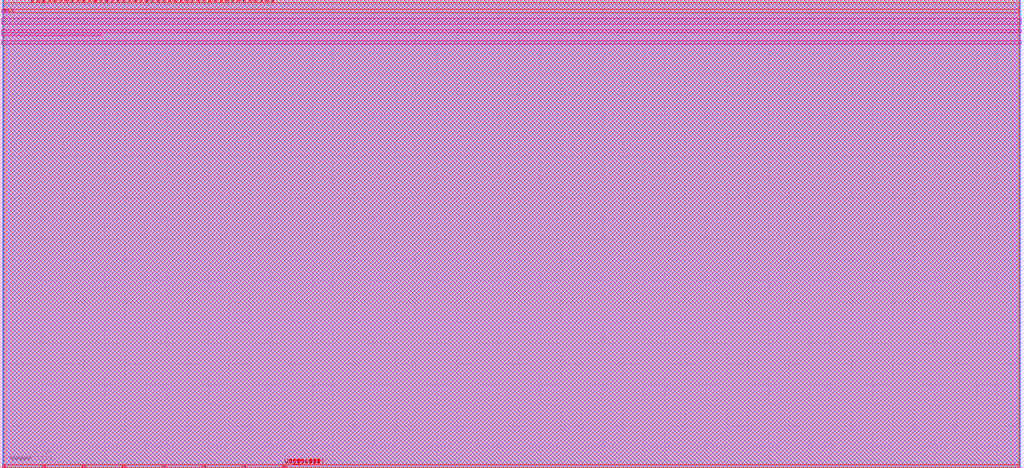
<source format=lef>
VERSION 5.7 ;
  NOWIREEXTENSIONATPIN ON ;
  DIVIDERCHAR "/" ;
  BUSBITCHARS "[]" ;
MACRO tt_um_mosbius
  CLASS BLOCK ;
  FOREIGN tt_um_mosbius ;
  ORIGIN 0.000 0.000 ;
  SIZE 493.120 BY 225.760 ;
  PIN clk
    DIRECTION INPUT ;
    USE SIGNAL ;
    PORT
      LAYER met4 ;
        RECT 128.190 224.760 128.490 225.760 ;
    END
  END clk
  PIN ena
    DIRECTION INPUT ;
    USE SIGNAL ;
    PORT
      LAYER met4 ;
        RECT 128.190 224.760 128.490 225.760 ;
        RECT 130.950 224.760 131.250 225.760 ;
    END
  END ena
  PIN rst_n
    DIRECTION INPUT ;
    USE SIGNAL ;
    PORT
      LAYER met4 ;
        RECT 125.430 224.760 125.730 225.760 ;
        RECT 128.190 224.760 128.490 225.760 ;
        RECT 130.950 224.760 131.250 225.760 ;
    END
  END rst_n
  PIN ua[0]
    DIRECTION INOUT ;
    USE SIGNAL ;
    PORT
      LAYER met4 ;
        RECT 125.430 224.760 125.730 225.760 ;
        RECT 128.190 224.760 128.490 225.760 ;
        RECT 130.950 224.760 131.250 225.760 ;
        RECT 136.170 0.000 137.070 1.000 ;
    END
  END ua[0]
  PIN ua[1]
    DIRECTION INOUT ;
    USE SIGNAL ;
    PORT
      LAYER met4 ;
        RECT 125.430 224.760 125.730 225.760 ;
        RECT 128.190 224.760 128.490 225.760 ;
        RECT 130.950 224.760 131.250 225.760 ;
        RECT 116.850 0.000 117.750 1.000 ;
        RECT 136.170 0.000 137.070 1.000 ;
    END
  END ua[1]
  PIN ua[2]
    DIRECTION INOUT ;
    USE SIGNAL ;
    PORT
      LAYER met4 ;
        RECT 125.430 224.760 125.730 225.760 ;
        RECT 128.190 224.760 128.490 225.760 ;
        RECT 130.950 224.760 131.250 225.760 ;
        RECT 97.530 0.000 98.430 1.000 ;
        RECT 116.850 0.000 117.750 1.000 ;
        RECT 136.170 0.000 137.070 1.000 ;
    END
  END ua[2]
  PIN ua[3]
    DIRECTION INOUT ;
    USE SIGNAL ;
    PORT
      LAYER met4 ;
        RECT 125.430 224.760 125.730 225.760 ;
        RECT 128.190 224.760 128.490 225.760 ;
        RECT 130.950 224.760 131.250 225.760 ;
        RECT 78.210 0.000 79.110 1.000 ;
        RECT 97.530 0.000 98.430 1.000 ;
        RECT 116.850 0.000 117.750 1.000 ;
        RECT 136.170 0.000 137.070 1.000 ;
    END
  END ua[3]
  PIN ua[4]
    DIRECTION INOUT ;
    USE SIGNAL ;
    PORT
      LAYER met4 ;
        RECT 125.430 224.760 125.730 225.760 ;
        RECT 128.190 224.760 128.490 225.760 ;
        RECT 130.950 224.760 131.250 225.760 ;
        RECT 58.890 0.000 59.790 1.000 ;
        RECT 78.210 0.000 79.110 1.000 ;
        RECT 97.530 0.000 98.430 1.000 ;
        RECT 116.850 0.000 117.750 1.000 ;
        RECT 136.170 0.000 137.070 1.000 ;
    END
  END ua[4]
  PIN ua[5]
    DIRECTION INOUT ;
    USE SIGNAL ;
    PORT
      LAYER met4 ;
        RECT 125.430 224.760 125.730 225.760 ;
        RECT 128.190 224.760 128.490 225.760 ;
        RECT 130.950 224.760 131.250 225.760 ;
        RECT 39.570 0.000 40.470 1.000 ;
        RECT 58.890 0.000 59.790 1.000 ;
        RECT 78.210 0.000 79.110 1.000 ;
        RECT 97.530 0.000 98.430 1.000 ;
        RECT 116.850 0.000 117.750 1.000 ;
        RECT 136.170 0.000 137.070 1.000 ;
    END
  END ua[5]
  PIN ua[6]
    DIRECTION INOUT ;
    USE SIGNAL ;
    PORT
      LAYER met4 ;
        RECT 125.430 224.760 125.730 225.760 ;
        RECT 128.190 224.760 128.490 225.760 ;
        RECT 130.950 224.760 131.250 225.760 ;
        RECT 20.250 0.000 21.150 1.000 ;
        RECT 39.570 0.000 40.470 1.000 ;
        RECT 58.890 0.000 59.790 1.000 ;
        RECT 78.210 0.000 79.110 1.000 ;
        RECT 97.530 0.000 98.430 1.000 ;
        RECT 116.850 0.000 117.750 1.000 ;
        RECT 136.170 0.000 137.070 1.000 ;
    END
  END ua[6]
  PIN ua[7]
    DIRECTION INOUT ;
    USE SIGNAL ;
    PORT
      LAYER met4 ;
        RECT 125.430 224.760 125.730 225.760 ;
        RECT 128.190 224.760 128.490 225.760 ;
        RECT 130.950 224.760 131.250 225.760 ;
        RECT 0.930 0.000 1.830 1.000 ;
        RECT 20.250 0.000 21.150 1.000 ;
        RECT 39.570 0.000 40.470 1.000 ;
        RECT 58.890 0.000 59.790 1.000 ;
        RECT 78.210 0.000 79.110 1.000 ;
        RECT 97.530 0.000 98.430 1.000 ;
        RECT 116.850 0.000 117.750 1.000 ;
        RECT 136.170 0.000 137.070 1.000 ;
    END
  END ua[7]
  PIN ui_in[0]
    DIRECTION INPUT ;
    USE SIGNAL ;
    PORT
      LAYER met4 ;
        RECT 122.670 224.760 122.970 225.760 ;
        RECT 125.430 224.760 125.730 225.760 ;
        RECT 128.190 224.760 128.490 225.760 ;
        RECT 130.950 224.760 131.250 225.760 ;
        RECT 0.930 0.000 1.830 1.000 ;
        RECT 20.250 0.000 21.150 1.000 ;
        RECT 39.570 0.000 40.470 1.000 ;
        RECT 58.890 0.000 59.790 1.000 ;
        RECT 78.210 0.000 79.110 1.000 ;
        RECT 97.530 0.000 98.430 1.000 ;
        RECT 116.850 0.000 117.750 1.000 ;
        RECT 136.170 0.000 137.070 1.000 ;
    END
  END ui_in[0]
  PIN ui_in[1]
    DIRECTION INPUT ;
    USE SIGNAL ;
    PORT
      LAYER met4 ;
        RECT 119.910 224.760 120.210 225.760 ;
        RECT 122.670 224.760 122.970 225.760 ;
        RECT 125.430 224.760 125.730 225.760 ;
        RECT 128.190 224.760 128.490 225.760 ;
        RECT 130.950 224.760 131.250 225.760 ;
        RECT 0.930 0.000 1.830 1.000 ;
        RECT 20.250 0.000 21.150 1.000 ;
        RECT 39.570 0.000 40.470 1.000 ;
        RECT 58.890 0.000 59.790 1.000 ;
        RECT 78.210 0.000 79.110 1.000 ;
        RECT 97.530 0.000 98.430 1.000 ;
        RECT 116.850 0.000 117.750 1.000 ;
        RECT 136.170 0.000 137.070 1.000 ;
    END
  END ui_in[1]
  PIN ui_in[2]
    DIRECTION INPUT ;
    USE SIGNAL ;
    PORT
      LAYER met4 ;
        RECT 117.150 224.760 117.450 225.760 ;
        RECT 119.910 224.760 120.210 225.760 ;
        RECT 122.670 224.760 122.970 225.760 ;
        RECT 125.430 224.760 125.730 225.760 ;
        RECT 128.190 224.760 128.490 225.760 ;
        RECT 130.950 224.760 131.250 225.760 ;
        RECT 0.930 0.000 1.830 1.000 ;
        RECT 20.250 0.000 21.150 1.000 ;
        RECT 39.570 0.000 40.470 1.000 ;
        RECT 58.890 0.000 59.790 1.000 ;
        RECT 78.210 0.000 79.110 1.000 ;
        RECT 97.530 0.000 98.430 1.000 ;
        RECT 116.850 0.000 117.750 1.000 ;
        RECT 136.170 0.000 137.070 1.000 ;
    END
  END ui_in[2]
  PIN ui_in[3]
    DIRECTION INPUT ;
    USE SIGNAL ;
    PORT
      LAYER met4 ;
        RECT 114.390 224.760 114.690 225.760 ;
        RECT 117.150 224.760 117.450 225.760 ;
        RECT 119.910 224.760 120.210 225.760 ;
        RECT 122.670 224.760 122.970 225.760 ;
        RECT 125.430 224.760 125.730 225.760 ;
        RECT 128.190 224.760 128.490 225.760 ;
        RECT 130.950 224.760 131.250 225.760 ;
        RECT 0.930 0.000 1.830 1.000 ;
        RECT 20.250 0.000 21.150 1.000 ;
        RECT 39.570 0.000 40.470 1.000 ;
        RECT 58.890 0.000 59.790 1.000 ;
        RECT 78.210 0.000 79.110 1.000 ;
        RECT 97.530 0.000 98.430 1.000 ;
        RECT 116.850 0.000 117.750 1.000 ;
        RECT 136.170 0.000 137.070 1.000 ;
    END
  END ui_in[3]
  PIN ui_in[4]
    DIRECTION INPUT ;
    USE SIGNAL ;
    PORT
      LAYER met4 ;
        RECT 111.630 224.760 111.930 225.760 ;
        RECT 114.390 224.760 114.690 225.760 ;
        RECT 117.150 224.760 117.450 225.760 ;
        RECT 119.910 224.760 120.210 225.760 ;
        RECT 122.670 224.760 122.970 225.760 ;
        RECT 125.430 224.760 125.730 225.760 ;
        RECT 128.190 224.760 128.490 225.760 ;
        RECT 130.950 224.760 131.250 225.760 ;
        RECT 0.930 0.000 1.830 1.000 ;
        RECT 20.250 0.000 21.150 1.000 ;
        RECT 39.570 0.000 40.470 1.000 ;
        RECT 58.890 0.000 59.790 1.000 ;
        RECT 78.210 0.000 79.110 1.000 ;
        RECT 97.530 0.000 98.430 1.000 ;
        RECT 116.850 0.000 117.750 1.000 ;
        RECT 136.170 0.000 137.070 1.000 ;
    END
  END ui_in[4]
  PIN ui_in[5]
    DIRECTION INPUT ;
    USE SIGNAL ;
    PORT
      LAYER met4 ;
        RECT 108.870 224.760 109.170 225.760 ;
        RECT 111.630 224.760 111.930 225.760 ;
        RECT 114.390 224.760 114.690 225.760 ;
        RECT 117.150 224.760 117.450 225.760 ;
        RECT 119.910 224.760 120.210 225.760 ;
        RECT 122.670 224.760 122.970 225.760 ;
        RECT 125.430 224.760 125.730 225.760 ;
        RECT 128.190 224.760 128.490 225.760 ;
        RECT 130.950 224.760 131.250 225.760 ;
        RECT 0.930 0.000 1.830 1.000 ;
        RECT 20.250 0.000 21.150 1.000 ;
        RECT 39.570 0.000 40.470 1.000 ;
        RECT 58.890 0.000 59.790 1.000 ;
        RECT 78.210 0.000 79.110 1.000 ;
        RECT 97.530 0.000 98.430 1.000 ;
        RECT 116.850 0.000 117.750 1.000 ;
        RECT 136.170 0.000 137.070 1.000 ;
    END
  END ui_in[5]
  PIN ui_in[6]
    DIRECTION INPUT ;
    USE SIGNAL ;
    PORT
      LAYER met4 ;
        RECT 106.110 224.760 106.410 225.760 ;
        RECT 108.870 224.760 109.170 225.760 ;
        RECT 111.630 224.760 111.930 225.760 ;
        RECT 114.390 224.760 114.690 225.760 ;
        RECT 117.150 224.760 117.450 225.760 ;
        RECT 119.910 224.760 120.210 225.760 ;
        RECT 122.670 224.760 122.970 225.760 ;
        RECT 125.430 224.760 125.730 225.760 ;
        RECT 128.190 224.760 128.490 225.760 ;
        RECT 130.950 224.760 131.250 225.760 ;
        RECT 0.930 0.000 1.830 1.000 ;
        RECT 20.250 0.000 21.150 1.000 ;
        RECT 39.570 0.000 40.470 1.000 ;
        RECT 58.890 0.000 59.790 1.000 ;
        RECT 78.210 0.000 79.110 1.000 ;
        RECT 97.530 0.000 98.430 1.000 ;
        RECT 116.850 0.000 117.750 1.000 ;
        RECT 136.170 0.000 137.070 1.000 ;
    END
  END ui_in[6]
  PIN ui_in[7]
    DIRECTION INPUT ;
    USE SIGNAL ;
    PORT
      LAYER met4 ;
        RECT 103.350 224.760 103.650 225.760 ;
        RECT 106.110 224.760 106.410 225.760 ;
        RECT 108.870 224.760 109.170 225.760 ;
        RECT 111.630 224.760 111.930 225.760 ;
        RECT 114.390 224.760 114.690 225.760 ;
        RECT 117.150 224.760 117.450 225.760 ;
        RECT 119.910 224.760 120.210 225.760 ;
        RECT 122.670 224.760 122.970 225.760 ;
        RECT 125.430 224.760 125.730 225.760 ;
        RECT 128.190 224.760 128.490 225.760 ;
        RECT 130.950 224.760 131.250 225.760 ;
        RECT 0.930 0.000 1.830 1.000 ;
        RECT 20.250 0.000 21.150 1.000 ;
        RECT 39.570 0.000 40.470 1.000 ;
        RECT 58.890 0.000 59.790 1.000 ;
        RECT 78.210 0.000 79.110 1.000 ;
        RECT 97.530 0.000 98.430 1.000 ;
        RECT 116.850 0.000 117.750 1.000 ;
        RECT 136.170 0.000 137.070 1.000 ;
    END
  END ui_in[7]
  PIN uio_in[0]
    DIRECTION INPUT ;
    USE SIGNAL ;
    PORT
      LAYER met4 ;
        RECT 100.590 224.760 100.890 225.760 ;
        RECT 103.350 224.760 103.650 225.760 ;
        RECT 106.110 224.760 106.410 225.760 ;
        RECT 108.870 224.760 109.170 225.760 ;
        RECT 111.630 224.760 111.930 225.760 ;
        RECT 114.390 224.760 114.690 225.760 ;
        RECT 117.150 224.760 117.450 225.760 ;
        RECT 119.910 224.760 120.210 225.760 ;
        RECT 122.670 224.760 122.970 225.760 ;
        RECT 125.430 224.760 125.730 225.760 ;
        RECT 128.190 224.760 128.490 225.760 ;
        RECT 130.950 224.760 131.250 225.760 ;
        RECT 0.930 0.000 1.830 1.000 ;
        RECT 20.250 0.000 21.150 1.000 ;
        RECT 39.570 0.000 40.470 1.000 ;
        RECT 58.890 0.000 59.790 1.000 ;
        RECT 78.210 0.000 79.110 1.000 ;
        RECT 97.530 0.000 98.430 1.000 ;
        RECT 116.850 0.000 117.750 1.000 ;
        RECT 136.170 0.000 137.070 1.000 ;
    END
  END uio_in[0]
  PIN uio_in[1]
    DIRECTION INPUT ;
    USE SIGNAL ;
    PORT
      LAYER met4 ;
        RECT 97.830 224.760 98.130 225.760 ;
        RECT 100.590 224.760 100.890 225.760 ;
        RECT 103.350 224.760 103.650 225.760 ;
        RECT 106.110 224.760 106.410 225.760 ;
        RECT 108.870 224.760 109.170 225.760 ;
        RECT 111.630 224.760 111.930 225.760 ;
        RECT 114.390 224.760 114.690 225.760 ;
        RECT 117.150 224.760 117.450 225.760 ;
        RECT 119.910 224.760 120.210 225.760 ;
        RECT 122.670 224.760 122.970 225.760 ;
        RECT 125.430 224.760 125.730 225.760 ;
        RECT 128.190 224.760 128.490 225.760 ;
        RECT 130.950 224.760 131.250 225.760 ;
        RECT 0.930 0.000 1.830 1.000 ;
        RECT 20.250 0.000 21.150 1.000 ;
        RECT 39.570 0.000 40.470 1.000 ;
        RECT 58.890 0.000 59.790 1.000 ;
        RECT 78.210 0.000 79.110 1.000 ;
        RECT 97.530 0.000 98.430 1.000 ;
        RECT 116.850 0.000 117.750 1.000 ;
        RECT 136.170 0.000 137.070 1.000 ;
    END
  END uio_in[1]
  PIN uio_in[2]
    DIRECTION INPUT ;
    USE SIGNAL ;
    PORT
      LAYER met4 ;
        RECT 95.070 224.760 95.370 225.760 ;
        RECT 97.830 224.760 98.130 225.760 ;
        RECT 100.590 224.760 100.890 225.760 ;
        RECT 103.350 224.760 103.650 225.760 ;
        RECT 106.110 224.760 106.410 225.760 ;
        RECT 108.870 224.760 109.170 225.760 ;
        RECT 111.630 224.760 111.930 225.760 ;
        RECT 114.390 224.760 114.690 225.760 ;
        RECT 117.150 224.760 117.450 225.760 ;
        RECT 119.910 224.760 120.210 225.760 ;
        RECT 122.670 224.760 122.970 225.760 ;
        RECT 125.430 224.760 125.730 225.760 ;
        RECT 128.190 224.760 128.490 225.760 ;
        RECT 130.950 224.760 131.250 225.760 ;
        RECT 0.930 0.000 1.830 1.000 ;
        RECT 20.250 0.000 21.150 1.000 ;
        RECT 39.570 0.000 40.470 1.000 ;
        RECT 58.890 0.000 59.790 1.000 ;
        RECT 78.210 0.000 79.110 1.000 ;
        RECT 97.530 0.000 98.430 1.000 ;
        RECT 116.850 0.000 117.750 1.000 ;
        RECT 136.170 0.000 137.070 1.000 ;
    END
  END uio_in[2]
  PIN uio_in[3]
    DIRECTION INPUT ;
    USE SIGNAL ;
    PORT
      LAYER met4 ;
        RECT 92.310 224.760 92.610 225.760 ;
        RECT 95.070 224.760 95.370 225.760 ;
        RECT 97.830 224.760 98.130 225.760 ;
        RECT 100.590 224.760 100.890 225.760 ;
        RECT 103.350 224.760 103.650 225.760 ;
        RECT 106.110 224.760 106.410 225.760 ;
        RECT 108.870 224.760 109.170 225.760 ;
        RECT 111.630 224.760 111.930 225.760 ;
        RECT 114.390 224.760 114.690 225.760 ;
        RECT 117.150 224.760 117.450 225.760 ;
        RECT 119.910 224.760 120.210 225.760 ;
        RECT 122.670 224.760 122.970 225.760 ;
        RECT 125.430 224.760 125.730 225.760 ;
        RECT 128.190 224.760 128.490 225.760 ;
        RECT 130.950 224.760 131.250 225.760 ;
        RECT 0.930 0.000 1.830 1.000 ;
        RECT 20.250 0.000 21.150 1.000 ;
        RECT 39.570 0.000 40.470 1.000 ;
        RECT 58.890 0.000 59.790 1.000 ;
        RECT 78.210 0.000 79.110 1.000 ;
        RECT 97.530 0.000 98.430 1.000 ;
        RECT 116.850 0.000 117.750 1.000 ;
        RECT 136.170 0.000 137.070 1.000 ;
    END
  END uio_in[3]
  PIN uio_in[4]
    DIRECTION INPUT ;
    USE SIGNAL ;
    PORT
      LAYER met4 ;
        RECT 89.550 224.760 89.850 225.760 ;
        RECT 92.310 224.760 92.610 225.760 ;
        RECT 95.070 224.760 95.370 225.760 ;
        RECT 97.830 224.760 98.130 225.760 ;
        RECT 100.590 224.760 100.890 225.760 ;
        RECT 103.350 224.760 103.650 225.760 ;
        RECT 106.110 224.760 106.410 225.760 ;
        RECT 108.870 224.760 109.170 225.760 ;
        RECT 111.630 224.760 111.930 225.760 ;
        RECT 114.390 224.760 114.690 225.760 ;
        RECT 117.150 224.760 117.450 225.760 ;
        RECT 119.910 224.760 120.210 225.760 ;
        RECT 122.670 224.760 122.970 225.760 ;
        RECT 125.430 224.760 125.730 225.760 ;
        RECT 128.190 224.760 128.490 225.760 ;
        RECT 130.950 224.760 131.250 225.760 ;
        RECT 0.930 0.000 1.830 1.000 ;
        RECT 20.250 0.000 21.150 1.000 ;
        RECT 39.570 0.000 40.470 1.000 ;
        RECT 58.890 0.000 59.790 1.000 ;
        RECT 78.210 0.000 79.110 1.000 ;
        RECT 97.530 0.000 98.430 1.000 ;
        RECT 116.850 0.000 117.750 1.000 ;
        RECT 136.170 0.000 137.070 1.000 ;
    END
  END uio_in[4]
  PIN uio_in[5]
    DIRECTION INPUT ;
    USE SIGNAL ;
    PORT
      LAYER met4 ;
        RECT 86.790 224.760 87.090 225.760 ;
        RECT 89.550 224.760 89.850 225.760 ;
        RECT 92.310 224.760 92.610 225.760 ;
        RECT 95.070 224.760 95.370 225.760 ;
        RECT 97.830 224.760 98.130 225.760 ;
        RECT 100.590 224.760 100.890 225.760 ;
        RECT 103.350 224.760 103.650 225.760 ;
        RECT 106.110 224.760 106.410 225.760 ;
        RECT 108.870 224.760 109.170 225.760 ;
        RECT 111.630 224.760 111.930 225.760 ;
        RECT 114.390 224.760 114.690 225.760 ;
        RECT 117.150 224.760 117.450 225.760 ;
        RECT 119.910 224.760 120.210 225.760 ;
        RECT 122.670 224.760 122.970 225.760 ;
        RECT 125.430 224.760 125.730 225.760 ;
        RECT 128.190 224.760 128.490 225.760 ;
        RECT 130.950 224.760 131.250 225.760 ;
        RECT 0.930 0.000 1.830 1.000 ;
        RECT 20.250 0.000 21.150 1.000 ;
        RECT 39.570 0.000 40.470 1.000 ;
        RECT 58.890 0.000 59.790 1.000 ;
        RECT 78.210 0.000 79.110 1.000 ;
        RECT 97.530 0.000 98.430 1.000 ;
        RECT 116.850 0.000 117.750 1.000 ;
        RECT 136.170 0.000 137.070 1.000 ;
    END
  END uio_in[5]
  PIN uio_in[6]
    DIRECTION INPUT ;
    USE SIGNAL ;
    PORT
      LAYER met4 ;
        RECT 84.030 224.760 84.330 225.760 ;
        RECT 86.790 224.760 87.090 225.760 ;
        RECT 89.550 224.760 89.850 225.760 ;
        RECT 92.310 224.760 92.610 225.760 ;
        RECT 95.070 224.760 95.370 225.760 ;
        RECT 97.830 224.760 98.130 225.760 ;
        RECT 100.590 224.760 100.890 225.760 ;
        RECT 103.350 224.760 103.650 225.760 ;
        RECT 106.110 224.760 106.410 225.760 ;
        RECT 108.870 224.760 109.170 225.760 ;
        RECT 111.630 224.760 111.930 225.760 ;
        RECT 114.390 224.760 114.690 225.760 ;
        RECT 117.150 224.760 117.450 225.760 ;
        RECT 119.910 224.760 120.210 225.760 ;
        RECT 122.670 224.760 122.970 225.760 ;
        RECT 125.430 224.760 125.730 225.760 ;
        RECT 128.190 224.760 128.490 225.760 ;
        RECT 130.950 224.760 131.250 225.760 ;
        RECT 0.930 0.000 1.830 1.000 ;
        RECT 20.250 0.000 21.150 1.000 ;
        RECT 39.570 0.000 40.470 1.000 ;
        RECT 58.890 0.000 59.790 1.000 ;
        RECT 78.210 0.000 79.110 1.000 ;
        RECT 97.530 0.000 98.430 1.000 ;
        RECT 116.850 0.000 117.750 1.000 ;
        RECT 136.170 0.000 137.070 1.000 ;
    END
  END uio_in[6]
  PIN uio_in[7]
    DIRECTION INPUT ;
    USE SIGNAL ;
    PORT
      LAYER met4 ;
        RECT 81.270 224.760 81.570 225.760 ;
        RECT 84.030 224.760 84.330 225.760 ;
        RECT 86.790 224.760 87.090 225.760 ;
        RECT 89.550 224.760 89.850 225.760 ;
        RECT 92.310 224.760 92.610 225.760 ;
        RECT 95.070 224.760 95.370 225.760 ;
        RECT 97.830 224.760 98.130 225.760 ;
        RECT 100.590 224.760 100.890 225.760 ;
        RECT 103.350 224.760 103.650 225.760 ;
        RECT 106.110 224.760 106.410 225.760 ;
        RECT 108.870 224.760 109.170 225.760 ;
        RECT 111.630 224.760 111.930 225.760 ;
        RECT 114.390 224.760 114.690 225.760 ;
        RECT 117.150 224.760 117.450 225.760 ;
        RECT 119.910 224.760 120.210 225.760 ;
        RECT 122.670 224.760 122.970 225.760 ;
        RECT 125.430 224.760 125.730 225.760 ;
        RECT 128.190 224.760 128.490 225.760 ;
        RECT 130.950 224.760 131.250 225.760 ;
        RECT 0.930 0.000 1.830 1.000 ;
        RECT 20.250 0.000 21.150 1.000 ;
        RECT 39.570 0.000 40.470 1.000 ;
        RECT 58.890 0.000 59.790 1.000 ;
        RECT 78.210 0.000 79.110 1.000 ;
        RECT 97.530 0.000 98.430 1.000 ;
        RECT 116.850 0.000 117.750 1.000 ;
        RECT 136.170 0.000 137.070 1.000 ;
    END
  END uio_in[7]
  PIN uio_oe[0]
    DIRECTION OUTPUT TRISTATE ;
    USE SIGNAL ;
    PORT
      LAYER met4 ;
        RECT 34.350 224.760 34.650 225.760 ;
        RECT 81.270 224.760 81.570 225.760 ;
        RECT 84.030 224.760 84.330 225.760 ;
        RECT 86.790 224.760 87.090 225.760 ;
        RECT 89.550 224.760 89.850 225.760 ;
        RECT 92.310 224.760 92.610 225.760 ;
        RECT 95.070 224.760 95.370 225.760 ;
        RECT 97.830 224.760 98.130 225.760 ;
        RECT 100.590 224.760 100.890 225.760 ;
        RECT 103.350 224.760 103.650 225.760 ;
        RECT 106.110 224.760 106.410 225.760 ;
        RECT 108.870 224.760 109.170 225.760 ;
        RECT 111.630 224.760 111.930 225.760 ;
        RECT 114.390 224.760 114.690 225.760 ;
        RECT 117.150 224.760 117.450 225.760 ;
        RECT 119.910 224.760 120.210 225.760 ;
        RECT 122.670 224.760 122.970 225.760 ;
        RECT 125.430 224.760 125.730 225.760 ;
        RECT 128.190 224.760 128.490 225.760 ;
        RECT 130.950 224.760 131.250 225.760 ;
        RECT 0.930 0.000 1.830 1.000 ;
        RECT 20.250 0.000 21.150 1.000 ;
        RECT 39.570 0.000 40.470 1.000 ;
        RECT 58.890 0.000 59.790 1.000 ;
        RECT 78.210 0.000 79.110 1.000 ;
        RECT 97.530 0.000 98.430 1.000 ;
        RECT 116.850 0.000 117.750 1.000 ;
        RECT 136.170 0.000 137.070 1.000 ;
    END
  END uio_oe[0]
  PIN uio_oe[1]
    DIRECTION OUTPUT TRISTATE ;
    USE SIGNAL ;
    PORT
      LAYER met4 ;
        RECT 31.590 224.760 31.890 225.760 ;
        RECT 34.350 224.760 34.650 225.760 ;
        RECT 81.270 224.760 81.570 225.760 ;
        RECT 84.030 224.760 84.330 225.760 ;
        RECT 86.790 224.760 87.090 225.760 ;
        RECT 89.550 224.760 89.850 225.760 ;
        RECT 92.310 224.760 92.610 225.760 ;
        RECT 95.070 224.760 95.370 225.760 ;
        RECT 97.830 224.760 98.130 225.760 ;
        RECT 100.590 224.760 100.890 225.760 ;
        RECT 103.350 224.760 103.650 225.760 ;
        RECT 106.110 224.760 106.410 225.760 ;
        RECT 108.870 224.760 109.170 225.760 ;
        RECT 111.630 224.760 111.930 225.760 ;
        RECT 114.390 224.760 114.690 225.760 ;
        RECT 117.150 224.760 117.450 225.760 ;
        RECT 119.910 224.760 120.210 225.760 ;
        RECT 122.670 224.760 122.970 225.760 ;
        RECT 125.430 224.760 125.730 225.760 ;
        RECT 128.190 224.760 128.490 225.760 ;
        RECT 130.950 224.760 131.250 225.760 ;
        RECT 0.930 0.000 1.830 1.000 ;
        RECT 20.250 0.000 21.150 1.000 ;
        RECT 39.570 0.000 40.470 1.000 ;
        RECT 58.890 0.000 59.790 1.000 ;
        RECT 78.210 0.000 79.110 1.000 ;
        RECT 97.530 0.000 98.430 1.000 ;
        RECT 116.850 0.000 117.750 1.000 ;
        RECT 136.170 0.000 137.070 1.000 ;
    END
  END uio_oe[1]
  PIN uio_oe[2]
    DIRECTION OUTPUT TRISTATE ;
    USE SIGNAL ;
    PORT
      LAYER met4 ;
        RECT 28.830 224.760 29.130 225.760 ;
        RECT 31.590 224.760 31.890 225.760 ;
        RECT 34.350 224.760 34.650 225.760 ;
        RECT 81.270 224.760 81.570 225.760 ;
        RECT 84.030 224.760 84.330 225.760 ;
        RECT 86.790 224.760 87.090 225.760 ;
        RECT 89.550 224.760 89.850 225.760 ;
        RECT 92.310 224.760 92.610 225.760 ;
        RECT 95.070 224.760 95.370 225.760 ;
        RECT 97.830 224.760 98.130 225.760 ;
        RECT 100.590 224.760 100.890 225.760 ;
        RECT 103.350 224.760 103.650 225.760 ;
        RECT 106.110 224.760 106.410 225.760 ;
        RECT 108.870 224.760 109.170 225.760 ;
        RECT 111.630 224.760 111.930 225.760 ;
        RECT 114.390 224.760 114.690 225.760 ;
        RECT 117.150 224.760 117.450 225.760 ;
        RECT 119.910 224.760 120.210 225.760 ;
        RECT 122.670 224.760 122.970 225.760 ;
        RECT 125.430 224.760 125.730 225.760 ;
        RECT 128.190 224.760 128.490 225.760 ;
        RECT 130.950 224.760 131.250 225.760 ;
        RECT 0.930 0.000 1.830 1.000 ;
        RECT 20.250 0.000 21.150 1.000 ;
        RECT 39.570 0.000 40.470 1.000 ;
        RECT 58.890 0.000 59.790 1.000 ;
        RECT 78.210 0.000 79.110 1.000 ;
        RECT 97.530 0.000 98.430 1.000 ;
        RECT 116.850 0.000 117.750 1.000 ;
        RECT 136.170 0.000 137.070 1.000 ;
    END
  END uio_oe[2]
  PIN uio_oe[3]
    DIRECTION OUTPUT TRISTATE ;
    USE SIGNAL ;
    PORT
      LAYER met4 ;
        RECT 26.070 224.760 26.370 225.760 ;
        RECT 28.830 224.760 29.130 225.760 ;
        RECT 31.590 224.760 31.890 225.760 ;
        RECT 34.350 224.760 34.650 225.760 ;
        RECT 81.270 224.760 81.570 225.760 ;
        RECT 84.030 224.760 84.330 225.760 ;
        RECT 86.790 224.760 87.090 225.760 ;
        RECT 89.550 224.760 89.850 225.760 ;
        RECT 92.310 224.760 92.610 225.760 ;
        RECT 95.070 224.760 95.370 225.760 ;
        RECT 97.830 224.760 98.130 225.760 ;
        RECT 100.590 224.760 100.890 225.760 ;
        RECT 103.350 224.760 103.650 225.760 ;
        RECT 106.110 224.760 106.410 225.760 ;
        RECT 108.870 224.760 109.170 225.760 ;
        RECT 111.630 224.760 111.930 225.760 ;
        RECT 114.390 224.760 114.690 225.760 ;
        RECT 117.150 224.760 117.450 225.760 ;
        RECT 119.910 224.760 120.210 225.760 ;
        RECT 122.670 224.760 122.970 225.760 ;
        RECT 125.430 224.760 125.730 225.760 ;
        RECT 128.190 224.760 128.490 225.760 ;
        RECT 130.950 224.760 131.250 225.760 ;
        RECT 0.930 0.000 1.830 1.000 ;
        RECT 20.250 0.000 21.150 1.000 ;
        RECT 39.570 0.000 40.470 1.000 ;
        RECT 58.890 0.000 59.790 1.000 ;
        RECT 78.210 0.000 79.110 1.000 ;
        RECT 97.530 0.000 98.430 1.000 ;
        RECT 116.850 0.000 117.750 1.000 ;
        RECT 136.170 0.000 137.070 1.000 ;
    END
  END uio_oe[3]
  PIN uio_oe[4]
    DIRECTION OUTPUT TRISTATE ;
    USE SIGNAL ;
    PORT
      LAYER met4 ;
        RECT 23.310 224.760 23.610 225.760 ;
        RECT 26.070 224.760 26.370 225.760 ;
        RECT 28.830 224.760 29.130 225.760 ;
        RECT 31.590 224.760 31.890 225.760 ;
        RECT 34.350 224.760 34.650 225.760 ;
        RECT 81.270 224.760 81.570 225.760 ;
        RECT 84.030 224.760 84.330 225.760 ;
        RECT 86.790 224.760 87.090 225.760 ;
        RECT 89.550 224.760 89.850 225.760 ;
        RECT 92.310 224.760 92.610 225.760 ;
        RECT 95.070 224.760 95.370 225.760 ;
        RECT 97.830 224.760 98.130 225.760 ;
        RECT 100.590 224.760 100.890 225.760 ;
        RECT 103.350 224.760 103.650 225.760 ;
        RECT 106.110 224.760 106.410 225.760 ;
        RECT 108.870 224.760 109.170 225.760 ;
        RECT 111.630 224.760 111.930 225.760 ;
        RECT 114.390 224.760 114.690 225.760 ;
        RECT 117.150 224.760 117.450 225.760 ;
        RECT 119.910 224.760 120.210 225.760 ;
        RECT 122.670 224.760 122.970 225.760 ;
        RECT 125.430 224.760 125.730 225.760 ;
        RECT 128.190 224.760 128.490 225.760 ;
        RECT 130.950 224.760 131.250 225.760 ;
        RECT 0.930 0.000 1.830 1.000 ;
        RECT 20.250 0.000 21.150 1.000 ;
        RECT 39.570 0.000 40.470 1.000 ;
        RECT 58.890 0.000 59.790 1.000 ;
        RECT 78.210 0.000 79.110 1.000 ;
        RECT 97.530 0.000 98.430 1.000 ;
        RECT 116.850 0.000 117.750 1.000 ;
        RECT 136.170 0.000 137.070 1.000 ;
    END
  END uio_oe[4]
  PIN uio_oe[5]
    DIRECTION OUTPUT TRISTATE ;
    USE SIGNAL ;
    PORT
      LAYER met4 ;
        RECT 20.550 224.760 20.850 225.760 ;
        RECT 23.310 224.760 23.610 225.760 ;
        RECT 26.070 224.760 26.370 225.760 ;
        RECT 28.830 224.760 29.130 225.760 ;
        RECT 31.590 224.760 31.890 225.760 ;
        RECT 34.350 224.760 34.650 225.760 ;
        RECT 81.270 224.760 81.570 225.760 ;
        RECT 84.030 224.760 84.330 225.760 ;
        RECT 86.790 224.760 87.090 225.760 ;
        RECT 89.550 224.760 89.850 225.760 ;
        RECT 92.310 224.760 92.610 225.760 ;
        RECT 95.070 224.760 95.370 225.760 ;
        RECT 97.830 224.760 98.130 225.760 ;
        RECT 100.590 224.760 100.890 225.760 ;
        RECT 103.350 224.760 103.650 225.760 ;
        RECT 106.110 224.760 106.410 225.760 ;
        RECT 108.870 224.760 109.170 225.760 ;
        RECT 111.630 224.760 111.930 225.760 ;
        RECT 114.390 224.760 114.690 225.760 ;
        RECT 117.150 224.760 117.450 225.760 ;
        RECT 119.910 224.760 120.210 225.760 ;
        RECT 122.670 224.760 122.970 225.760 ;
        RECT 125.430 224.760 125.730 225.760 ;
        RECT 128.190 224.760 128.490 225.760 ;
        RECT 130.950 224.760 131.250 225.760 ;
        RECT 0.930 0.000 1.830 1.000 ;
        RECT 20.250 0.000 21.150 1.000 ;
        RECT 39.570 0.000 40.470 1.000 ;
        RECT 58.890 0.000 59.790 1.000 ;
        RECT 78.210 0.000 79.110 1.000 ;
        RECT 97.530 0.000 98.430 1.000 ;
        RECT 116.850 0.000 117.750 1.000 ;
        RECT 136.170 0.000 137.070 1.000 ;
    END
  END uio_oe[5]
  PIN uio_oe[6]
    DIRECTION OUTPUT TRISTATE ;
    USE SIGNAL ;
    PORT
      LAYER met4 ;
        RECT 17.790 224.760 18.090 225.760 ;
        RECT 20.550 224.760 20.850 225.760 ;
        RECT 23.310 224.760 23.610 225.760 ;
        RECT 26.070 224.760 26.370 225.760 ;
        RECT 28.830 224.760 29.130 225.760 ;
        RECT 31.590 224.760 31.890 225.760 ;
        RECT 34.350 224.760 34.650 225.760 ;
        RECT 81.270 224.760 81.570 225.760 ;
        RECT 84.030 224.760 84.330 225.760 ;
        RECT 86.790 224.760 87.090 225.760 ;
        RECT 89.550 224.760 89.850 225.760 ;
        RECT 92.310 224.760 92.610 225.760 ;
        RECT 95.070 224.760 95.370 225.760 ;
        RECT 97.830 224.760 98.130 225.760 ;
        RECT 100.590 224.760 100.890 225.760 ;
        RECT 103.350 224.760 103.650 225.760 ;
        RECT 106.110 224.760 106.410 225.760 ;
        RECT 108.870 224.760 109.170 225.760 ;
        RECT 111.630 224.760 111.930 225.760 ;
        RECT 114.390 224.760 114.690 225.760 ;
        RECT 117.150 224.760 117.450 225.760 ;
        RECT 119.910 224.760 120.210 225.760 ;
        RECT 122.670 224.760 122.970 225.760 ;
        RECT 125.430 224.760 125.730 225.760 ;
        RECT 128.190 224.760 128.490 225.760 ;
        RECT 130.950 224.760 131.250 225.760 ;
        RECT 0.930 0.000 1.830 1.000 ;
        RECT 20.250 0.000 21.150 1.000 ;
        RECT 39.570 0.000 40.470 1.000 ;
        RECT 58.890 0.000 59.790 1.000 ;
        RECT 78.210 0.000 79.110 1.000 ;
        RECT 97.530 0.000 98.430 1.000 ;
        RECT 116.850 0.000 117.750 1.000 ;
        RECT 136.170 0.000 137.070 1.000 ;
    END
  END uio_oe[6]
  PIN uio_oe[7]
    DIRECTION OUTPUT TRISTATE ;
    USE SIGNAL ;
    PORT
      LAYER met4 ;
        RECT 15.030 224.760 15.330 225.760 ;
        RECT 17.790 224.760 18.090 225.760 ;
        RECT 20.550 224.760 20.850 225.760 ;
        RECT 23.310 224.760 23.610 225.760 ;
        RECT 26.070 224.760 26.370 225.760 ;
        RECT 28.830 224.760 29.130 225.760 ;
        RECT 31.590 224.760 31.890 225.760 ;
        RECT 34.350 224.760 34.650 225.760 ;
        RECT 81.270 224.760 81.570 225.760 ;
        RECT 84.030 224.760 84.330 225.760 ;
        RECT 86.790 224.760 87.090 225.760 ;
        RECT 89.550 224.760 89.850 225.760 ;
        RECT 92.310 224.760 92.610 225.760 ;
        RECT 95.070 224.760 95.370 225.760 ;
        RECT 97.830 224.760 98.130 225.760 ;
        RECT 100.590 224.760 100.890 225.760 ;
        RECT 103.350 224.760 103.650 225.760 ;
        RECT 106.110 224.760 106.410 225.760 ;
        RECT 108.870 224.760 109.170 225.760 ;
        RECT 111.630 224.760 111.930 225.760 ;
        RECT 114.390 224.760 114.690 225.760 ;
        RECT 117.150 224.760 117.450 225.760 ;
        RECT 119.910 224.760 120.210 225.760 ;
        RECT 122.670 224.760 122.970 225.760 ;
        RECT 125.430 224.760 125.730 225.760 ;
        RECT 128.190 224.760 128.490 225.760 ;
        RECT 130.950 224.760 131.250 225.760 ;
        RECT 0.930 0.000 1.830 1.000 ;
        RECT 20.250 0.000 21.150 1.000 ;
        RECT 39.570 0.000 40.470 1.000 ;
        RECT 58.890 0.000 59.790 1.000 ;
        RECT 78.210 0.000 79.110 1.000 ;
        RECT 97.530 0.000 98.430 1.000 ;
        RECT 116.850 0.000 117.750 1.000 ;
        RECT 136.170 0.000 137.070 1.000 ;
    END
  END uio_oe[7]
  PIN uio_out[0]
    DIRECTION OUTPUT TRISTATE ;
    USE SIGNAL ;
    PORT
      LAYER met4 ;
        RECT 15.030 224.760 15.330 225.760 ;
        RECT 17.790 224.760 18.090 225.760 ;
        RECT 20.550 224.760 20.850 225.760 ;
        RECT 23.310 224.760 23.610 225.760 ;
        RECT 26.070 224.760 26.370 225.760 ;
        RECT 28.830 224.760 29.130 225.760 ;
        RECT 31.590 224.760 31.890 225.760 ;
        RECT 34.350 224.760 34.650 225.760 ;
        RECT 56.430 224.760 56.730 225.760 ;
        RECT 81.270 224.760 81.570 225.760 ;
        RECT 84.030 224.760 84.330 225.760 ;
        RECT 86.790 224.760 87.090 225.760 ;
        RECT 89.550 224.760 89.850 225.760 ;
        RECT 92.310 224.760 92.610 225.760 ;
        RECT 95.070 224.760 95.370 225.760 ;
        RECT 97.830 224.760 98.130 225.760 ;
        RECT 100.590 224.760 100.890 225.760 ;
        RECT 103.350 224.760 103.650 225.760 ;
        RECT 106.110 224.760 106.410 225.760 ;
        RECT 108.870 224.760 109.170 225.760 ;
        RECT 111.630 224.760 111.930 225.760 ;
        RECT 114.390 224.760 114.690 225.760 ;
        RECT 117.150 224.760 117.450 225.760 ;
        RECT 119.910 224.760 120.210 225.760 ;
        RECT 122.670 224.760 122.970 225.760 ;
        RECT 125.430 224.760 125.730 225.760 ;
        RECT 128.190 224.760 128.490 225.760 ;
        RECT 130.950 224.760 131.250 225.760 ;
        RECT 0.930 0.000 1.830 1.000 ;
        RECT 20.250 0.000 21.150 1.000 ;
        RECT 39.570 0.000 40.470 1.000 ;
        RECT 58.890 0.000 59.790 1.000 ;
        RECT 78.210 0.000 79.110 1.000 ;
        RECT 97.530 0.000 98.430 1.000 ;
        RECT 116.850 0.000 117.750 1.000 ;
        RECT 136.170 0.000 137.070 1.000 ;
    END
  END uio_out[0]
  PIN uio_out[1]
    DIRECTION OUTPUT TRISTATE ;
    USE SIGNAL ;
    PORT
      LAYER met4 ;
        RECT 15.030 224.760 15.330 225.760 ;
        RECT 17.790 224.760 18.090 225.760 ;
        RECT 20.550 224.760 20.850 225.760 ;
        RECT 23.310 224.760 23.610 225.760 ;
        RECT 26.070 224.760 26.370 225.760 ;
        RECT 28.830 224.760 29.130 225.760 ;
        RECT 31.590 224.760 31.890 225.760 ;
        RECT 34.350 224.760 34.650 225.760 ;
        RECT 53.670 224.760 53.970 225.760 ;
        RECT 56.430 224.760 56.730 225.760 ;
        RECT 81.270 224.760 81.570 225.760 ;
        RECT 84.030 224.760 84.330 225.760 ;
        RECT 86.790 224.760 87.090 225.760 ;
        RECT 89.550 224.760 89.850 225.760 ;
        RECT 92.310 224.760 92.610 225.760 ;
        RECT 95.070 224.760 95.370 225.760 ;
        RECT 97.830 224.760 98.130 225.760 ;
        RECT 100.590 224.760 100.890 225.760 ;
        RECT 103.350 224.760 103.650 225.760 ;
        RECT 106.110 224.760 106.410 225.760 ;
        RECT 108.870 224.760 109.170 225.760 ;
        RECT 111.630 224.760 111.930 225.760 ;
        RECT 114.390 224.760 114.690 225.760 ;
        RECT 117.150 224.760 117.450 225.760 ;
        RECT 119.910 224.760 120.210 225.760 ;
        RECT 122.670 224.760 122.970 225.760 ;
        RECT 125.430 224.760 125.730 225.760 ;
        RECT 128.190 224.760 128.490 225.760 ;
        RECT 130.950 224.760 131.250 225.760 ;
        RECT 0.930 0.000 1.830 1.000 ;
        RECT 20.250 0.000 21.150 1.000 ;
        RECT 39.570 0.000 40.470 1.000 ;
        RECT 58.890 0.000 59.790 1.000 ;
        RECT 78.210 0.000 79.110 1.000 ;
        RECT 97.530 0.000 98.430 1.000 ;
        RECT 116.850 0.000 117.750 1.000 ;
        RECT 136.170 0.000 137.070 1.000 ;
    END
  END uio_out[1]
  PIN uio_out[2]
    DIRECTION OUTPUT TRISTATE ;
    USE SIGNAL ;
    PORT
      LAYER met4 ;
        RECT 15.030 224.760 15.330 225.760 ;
        RECT 17.790 224.760 18.090 225.760 ;
        RECT 20.550 224.760 20.850 225.760 ;
        RECT 23.310 224.760 23.610 225.760 ;
        RECT 26.070 224.760 26.370 225.760 ;
        RECT 28.830 224.760 29.130 225.760 ;
        RECT 31.590 224.760 31.890 225.760 ;
        RECT 34.350 224.760 34.650 225.760 ;
        RECT 50.910 224.760 51.210 225.760 ;
        RECT 53.670 224.760 53.970 225.760 ;
        RECT 56.430 224.760 56.730 225.760 ;
        RECT 81.270 224.760 81.570 225.760 ;
        RECT 84.030 224.760 84.330 225.760 ;
        RECT 86.790 224.760 87.090 225.760 ;
        RECT 89.550 224.760 89.850 225.760 ;
        RECT 92.310 224.760 92.610 225.760 ;
        RECT 95.070 224.760 95.370 225.760 ;
        RECT 97.830 224.760 98.130 225.760 ;
        RECT 100.590 224.760 100.890 225.760 ;
        RECT 103.350 224.760 103.650 225.760 ;
        RECT 106.110 224.760 106.410 225.760 ;
        RECT 108.870 224.760 109.170 225.760 ;
        RECT 111.630 224.760 111.930 225.760 ;
        RECT 114.390 224.760 114.690 225.760 ;
        RECT 117.150 224.760 117.450 225.760 ;
        RECT 119.910 224.760 120.210 225.760 ;
        RECT 122.670 224.760 122.970 225.760 ;
        RECT 125.430 224.760 125.730 225.760 ;
        RECT 128.190 224.760 128.490 225.760 ;
        RECT 130.950 224.760 131.250 225.760 ;
        RECT 0.930 0.000 1.830 1.000 ;
        RECT 20.250 0.000 21.150 1.000 ;
        RECT 39.570 0.000 40.470 1.000 ;
        RECT 58.890 0.000 59.790 1.000 ;
        RECT 78.210 0.000 79.110 1.000 ;
        RECT 97.530 0.000 98.430 1.000 ;
        RECT 116.850 0.000 117.750 1.000 ;
        RECT 136.170 0.000 137.070 1.000 ;
    END
  END uio_out[2]
  PIN uio_out[3]
    DIRECTION OUTPUT TRISTATE ;
    USE SIGNAL ;
    PORT
      LAYER met4 ;
        RECT 15.030 224.760 15.330 225.760 ;
        RECT 17.790 224.760 18.090 225.760 ;
        RECT 20.550 224.760 20.850 225.760 ;
        RECT 23.310 224.760 23.610 225.760 ;
        RECT 26.070 224.760 26.370 225.760 ;
        RECT 28.830 224.760 29.130 225.760 ;
        RECT 31.590 224.760 31.890 225.760 ;
        RECT 34.350 224.760 34.650 225.760 ;
        RECT 48.150 224.760 48.450 225.760 ;
        RECT 50.910 224.760 51.210 225.760 ;
        RECT 53.670 224.760 53.970 225.760 ;
        RECT 56.430 224.760 56.730 225.760 ;
        RECT 81.270 224.760 81.570 225.760 ;
        RECT 84.030 224.760 84.330 225.760 ;
        RECT 86.790 224.760 87.090 225.760 ;
        RECT 89.550 224.760 89.850 225.760 ;
        RECT 92.310 224.760 92.610 225.760 ;
        RECT 95.070 224.760 95.370 225.760 ;
        RECT 97.830 224.760 98.130 225.760 ;
        RECT 100.590 224.760 100.890 225.760 ;
        RECT 103.350 224.760 103.650 225.760 ;
        RECT 106.110 224.760 106.410 225.760 ;
        RECT 108.870 224.760 109.170 225.760 ;
        RECT 111.630 224.760 111.930 225.760 ;
        RECT 114.390 224.760 114.690 225.760 ;
        RECT 117.150 224.760 117.450 225.760 ;
        RECT 119.910 224.760 120.210 225.760 ;
        RECT 122.670 224.760 122.970 225.760 ;
        RECT 125.430 224.760 125.730 225.760 ;
        RECT 128.190 224.760 128.490 225.760 ;
        RECT 130.950 224.760 131.250 225.760 ;
        RECT 0.930 0.000 1.830 1.000 ;
        RECT 20.250 0.000 21.150 1.000 ;
        RECT 39.570 0.000 40.470 1.000 ;
        RECT 58.890 0.000 59.790 1.000 ;
        RECT 78.210 0.000 79.110 1.000 ;
        RECT 97.530 0.000 98.430 1.000 ;
        RECT 116.850 0.000 117.750 1.000 ;
        RECT 136.170 0.000 137.070 1.000 ;
    END
  END uio_out[3]
  PIN uio_out[4]
    DIRECTION OUTPUT TRISTATE ;
    USE SIGNAL ;
    PORT
      LAYER met4 ;
        RECT 15.030 224.760 15.330 225.760 ;
        RECT 17.790 224.760 18.090 225.760 ;
        RECT 20.550 224.760 20.850 225.760 ;
        RECT 23.310 224.760 23.610 225.760 ;
        RECT 26.070 224.760 26.370 225.760 ;
        RECT 28.830 224.760 29.130 225.760 ;
        RECT 31.590 224.760 31.890 225.760 ;
        RECT 34.350 224.760 34.650 225.760 ;
        RECT 45.390 224.760 45.690 225.760 ;
        RECT 48.150 224.760 48.450 225.760 ;
        RECT 50.910 224.760 51.210 225.760 ;
        RECT 53.670 224.760 53.970 225.760 ;
        RECT 56.430 224.760 56.730 225.760 ;
        RECT 81.270 224.760 81.570 225.760 ;
        RECT 84.030 224.760 84.330 225.760 ;
        RECT 86.790 224.760 87.090 225.760 ;
        RECT 89.550 224.760 89.850 225.760 ;
        RECT 92.310 224.760 92.610 225.760 ;
        RECT 95.070 224.760 95.370 225.760 ;
        RECT 97.830 224.760 98.130 225.760 ;
        RECT 100.590 224.760 100.890 225.760 ;
        RECT 103.350 224.760 103.650 225.760 ;
        RECT 106.110 224.760 106.410 225.760 ;
        RECT 108.870 224.760 109.170 225.760 ;
        RECT 111.630 224.760 111.930 225.760 ;
        RECT 114.390 224.760 114.690 225.760 ;
        RECT 117.150 224.760 117.450 225.760 ;
        RECT 119.910 224.760 120.210 225.760 ;
        RECT 122.670 224.760 122.970 225.760 ;
        RECT 125.430 224.760 125.730 225.760 ;
        RECT 128.190 224.760 128.490 225.760 ;
        RECT 130.950 224.760 131.250 225.760 ;
        RECT 0.930 0.000 1.830 1.000 ;
        RECT 20.250 0.000 21.150 1.000 ;
        RECT 39.570 0.000 40.470 1.000 ;
        RECT 58.890 0.000 59.790 1.000 ;
        RECT 78.210 0.000 79.110 1.000 ;
        RECT 97.530 0.000 98.430 1.000 ;
        RECT 116.850 0.000 117.750 1.000 ;
        RECT 136.170 0.000 137.070 1.000 ;
    END
  END uio_out[4]
  PIN uio_out[5]
    DIRECTION OUTPUT TRISTATE ;
    USE SIGNAL ;
    PORT
      LAYER met4 ;
        RECT 15.030 224.760 15.330 225.760 ;
        RECT 17.790 224.760 18.090 225.760 ;
        RECT 20.550 224.760 20.850 225.760 ;
        RECT 23.310 224.760 23.610 225.760 ;
        RECT 26.070 224.760 26.370 225.760 ;
        RECT 28.830 224.760 29.130 225.760 ;
        RECT 31.590 224.760 31.890 225.760 ;
        RECT 34.350 224.760 34.650 225.760 ;
        RECT 42.630 224.760 42.930 225.760 ;
        RECT 45.390 224.760 45.690 225.760 ;
        RECT 48.150 224.760 48.450 225.760 ;
        RECT 50.910 224.760 51.210 225.760 ;
        RECT 53.670 224.760 53.970 225.760 ;
        RECT 56.430 224.760 56.730 225.760 ;
        RECT 81.270 224.760 81.570 225.760 ;
        RECT 84.030 224.760 84.330 225.760 ;
        RECT 86.790 224.760 87.090 225.760 ;
        RECT 89.550 224.760 89.850 225.760 ;
        RECT 92.310 224.760 92.610 225.760 ;
        RECT 95.070 224.760 95.370 225.760 ;
        RECT 97.830 224.760 98.130 225.760 ;
        RECT 100.590 224.760 100.890 225.760 ;
        RECT 103.350 224.760 103.650 225.760 ;
        RECT 106.110 224.760 106.410 225.760 ;
        RECT 108.870 224.760 109.170 225.760 ;
        RECT 111.630 224.760 111.930 225.760 ;
        RECT 114.390 224.760 114.690 225.760 ;
        RECT 117.150 224.760 117.450 225.760 ;
        RECT 119.910 224.760 120.210 225.760 ;
        RECT 122.670 224.760 122.970 225.760 ;
        RECT 125.430 224.760 125.730 225.760 ;
        RECT 128.190 224.760 128.490 225.760 ;
        RECT 130.950 224.760 131.250 225.760 ;
        RECT 0.930 0.000 1.830 1.000 ;
        RECT 20.250 0.000 21.150 1.000 ;
        RECT 39.570 0.000 40.470 1.000 ;
        RECT 58.890 0.000 59.790 1.000 ;
        RECT 78.210 0.000 79.110 1.000 ;
        RECT 97.530 0.000 98.430 1.000 ;
        RECT 116.850 0.000 117.750 1.000 ;
        RECT 136.170 0.000 137.070 1.000 ;
    END
  END uio_out[5]
  PIN uio_out[6]
    DIRECTION OUTPUT TRISTATE ;
    USE SIGNAL ;
    PORT
      LAYER met4 ;
        RECT 15.030 224.760 15.330 225.760 ;
        RECT 17.790 224.760 18.090 225.760 ;
        RECT 20.550 224.760 20.850 225.760 ;
        RECT 23.310 224.760 23.610 225.760 ;
        RECT 26.070 224.760 26.370 225.760 ;
        RECT 28.830 224.760 29.130 225.760 ;
        RECT 31.590 224.760 31.890 225.760 ;
        RECT 34.350 224.760 34.650 225.760 ;
        RECT 39.870 224.760 40.170 225.760 ;
        RECT 42.630 224.760 42.930 225.760 ;
        RECT 45.390 224.760 45.690 225.760 ;
        RECT 48.150 224.760 48.450 225.760 ;
        RECT 50.910 224.760 51.210 225.760 ;
        RECT 53.670 224.760 53.970 225.760 ;
        RECT 56.430 224.760 56.730 225.760 ;
        RECT 81.270 224.760 81.570 225.760 ;
        RECT 84.030 224.760 84.330 225.760 ;
        RECT 86.790 224.760 87.090 225.760 ;
        RECT 89.550 224.760 89.850 225.760 ;
        RECT 92.310 224.760 92.610 225.760 ;
        RECT 95.070 224.760 95.370 225.760 ;
        RECT 97.830 224.760 98.130 225.760 ;
        RECT 100.590 224.760 100.890 225.760 ;
        RECT 103.350 224.760 103.650 225.760 ;
        RECT 106.110 224.760 106.410 225.760 ;
        RECT 108.870 224.760 109.170 225.760 ;
        RECT 111.630 224.760 111.930 225.760 ;
        RECT 114.390 224.760 114.690 225.760 ;
        RECT 117.150 224.760 117.450 225.760 ;
        RECT 119.910 224.760 120.210 225.760 ;
        RECT 122.670 224.760 122.970 225.760 ;
        RECT 125.430 224.760 125.730 225.760 ;
        RECT 128.190 224.760 128.490 225.760 ;
        RECT 130.950 224.760 131.250 225.760 ;
        RECT 0.930 0.000 1.830 1.000 ;
        RECT 20.250 0.000 21.150 1.000 ;
        RECT 39.570 0.000 40.470 1.000 ;
        RECT 58.890 0.000 59.790 1.000 ;
        RECT 78.210 0.000 79.110 1.000 ;
        RECT 97.530 0.000 98.430 1.000 ;
        RECT 116.850 0.000 117.750 1.000 ;
        RECT 136.170 0.000 137.070 1.000 ;
    END
  END uio_out[6]
  PIN uio_out[7]
    DIRECTION OUTPUT TRISTATE ;
    USE SIGNAL ;
    PORT
      LAYER met4 ;
        RECT 15.030 224.760 15.330 225.760 ;
        RECT 17.790 224.760 18.090 225.760 ;
        RECT 20.550 224.760 20.850 225.760 ;
        RECT 23.310 224.760 23.610 225.760 ;
        RECT 26.070 224.760 26.370 225.760 ;
        RECT 28.830 224.760 29.130 225.760 ;
        RECT 31.590 224.760 31.890 225.760 ;
        RECT 34.350 224.760 34.650 225.760 ;
        RECT 37.110 224.760 37.410 225.760 ;
        RECT 39.870 224.760 40.170 225.760 ;
        RECT 42.630 224.760 42.930 225.760 ;
        RECT 45.390 224.760 45.690 225.760 ;
        RECT 48.150 224.760 48.450 225.760 ;
        RECT 50.910 224.760 51.210 225.760 ;
        RECT 53.670 224.760 53.970 225.760 ;
        RECT 56.430 224.760 56.730 225.760 ;
        RECT 81.270 224.760 81.570 225.760 ;
        RECT 84.030 224.760 84.330 225.760 ;
        RECT 86.790 224.760 87.090 225.760 ;
        RECT 89.550 224.760 89.850 225.760 ;
        RECT 92.310 224.760 92.610 225.760 ;
        RECT 95.070 224.760 95.370 225.760 ;
        RECT 97.830 224.760 98.130 225.760 ;
        RECT 100.590 224.760 100.890 225.760 ;
        RECT 103.350 224.760 103.650 225.760 ;
        RECT 106.110 224.760 106.410 225.760 ;
        RECT 108.870 224.760 109.170 225.760 ;
        RECT 111.630 224.760 111.930 225.760 ;
        RECT 114.390 224.760 114.690 225.760 ;
        RECT 117.150 224.760 117.450 225.760 ;
        RECT 119.910 224.760 120.210 225.760 ;
        RECT 122.670 224.760 122.970 225.760 ;
        RECT 125.430 224.760 125.730 225.760 ;
        RECT 128.190 224.760 128.490 225.760 ;
        RECT 130.950 224.760 131.250 225.760 ;
        RECT 0.930 0.000 1.830 1.000 ;
        RECT 20.250 0.000 21.150 1.000 ;
        RECT 39.570 0.000 40.470 1.000 ;
        RECT 58.890 0.000 59.790 1.000 ;
        RECT 78.210 0.000 79.110 1.000 ;
        RECT 97.530 0.000 98.430 1.000 ;
        RECT 116.850 0.000 117.750 1.000 ;
        RECT 136.170 0.000 137.070 1.000 ;
    END
  END uio_out[7]
  PIN uo_out[0]
    DIRECTION OUTPUT TRISTATE ;
    USE SIGNAL ;
    PORT
      LAYER met4 ;
        RECT 15.030 224.760 15.330 225.760 ;
        RECT 17.790 224.760 18.090 225.760 ;
        RECT 20.550 224.760 20.850 225.760 ;
        RECT 23.310 224.760 23.610 225.760 ;
        RECT 26.070 224.760 26.370 225.760 ;
        RECT 28.830 224.760 29.130 225.760 ;
        RECT 31.590 224.760 31.890 225.760 ;
        RECT 34.350 224.760 34.650 225.760 ;
        RECT 37.110 224.760 37.410 225.760 ;
        RECT 39.870 224.760 40.170 225.760 ;
        RECT 42.630 224.760 42.930 225.760 ;
        RECT 45.390 224.760 45.690 225.760 ;
        RECT 48.150 224.760 48.450 225.760 ;
        RECT 50.910 224.760 51.210 225.760 ;
        RECT 53.670 224.760 53.970 225.760 ;
        RECT 56.430 224.760 56.730 225.760 ;
        RECT 78.510 224.760 78.810 225.760 ;
        RECT 81.270 224.760 81.570 225.760 ;
        RECT 84.030 224.760 84.330 225.760 ;
        RECT 86.790 224.760 87.090 225.760 ;
        RECT 89.550 224.760 89.850 225.760 ;
        RECT 92.310 224.760 92.610 225.760 ;
        RECT 95.070 224.760 95.370 225.760 ;
        RECT 97.830 224.760 98.130 225.760 ;
        RECT 100.590 224.760 100.890 225.760 ;
        RECT 103.350 224.760 103.650 225.760 ;
        RECT 106.110 224.760 106.410 225.760 ;
        RECT 108.870 224.760 109.170 225.760 ;
        RECT 111.630 224.760 111.930 225.760 ;
        RECT 114.390 224.760 114.690 225.760 ;
        RECT 117.150 224.760 117.450 225.760 ;
        RECT 119.910 224.760 120.210 225.760 ;
        RECT 122.670 224.760 122.970 225.760 ;
        RECT 125.430 224.760 125.730 225.760 ;
        RECT 128.190 224.760 128.490 225.760 ;
        RECT 130.950 224.760 131.250 225.760 ;
        RECT 0.930 0.000 1.830 1.000 ;
        RECT 20.250 0.000 21.150 1.000 ;
        RECT 39.570 0.000 40.470 1.000 ;
        RECT 58.890 0.000 59.790 1.000 ;
        RECT 78.210 0.000 79.110 1.000 ;
        RECT 97.530 0.000 98.430 1.000 ;
        RECT 116.850 0.000 117.750 1.000 ;
        RECT 136.170 0.000 137.070 1.000 ;
    END
  END uo_out[0]
  PIN uo_out[1]
    DIRECTION OUTPUT TRISTATE ;
    USE SIGNAL ;
    PORT
      LAYER met4 ;
        RECT 15.030 224.760 15.330 225.760 ;
        RECT 17.790 224.760 18.090 225.760 ;
        RECT 20.550 224.760 20.850 225.760 ;
        RECT 23.310 224.760 23.610 225.760 ;
        RECT 26.070 224.760 26.370 225.760 ;
        RECT 28.830 224.760 29.130 225.760 ;
        RECT 31.590 224.760 31.890 225.760 ;
        RECT 34.350 224.760 34.650 225.760 ;
        RECT 37.110 224.760 37.410 225.760 ;
        RECT 39.870 224.760 40.170 225.760 ;
        RECT 42.630 224.760 42.930 225.760 ;
        RECT 45.390 224.760 45.690 225.760 ;
        RECT 48.150 224.760 48.450 225.760 ;
        RECT 50.910 224.760 51.210 225.760 ;
        RECT 53.670 224.760 53.970 225.760 ;
        RECT 56.430 224.760 56.730 225.760 ;
        RECT 75.750 224.760 76.050 225.760 ;
        RECT 78.510 224.760 78.810 225.760 ;
        RECT 81.270 224.760 81.570 225.760 ;
        RECT 84.030 224.760 84.330 225.760 ;
        RECT 86.790 224.760 87.090 225.760 ;
        RECT 89.550 224.760 89.850 225.760 ;
        RECT 92.310 224.760 92.610 225.760 ;
        RECT 95.070 224.760 95.370 225.760 ;
        RECT 97.830 224.760 98.130 225.760 ;
        RECT 100.590 224.760 100.890 225.760 ;
        RECT 103.350 224.760 103.650 225.760 ;
        RECT 106.110 224.760 106.410 225.760 ;
        RECT 108.870 224.760 109.170 225.760 ;
        RECT 111.630 224.760 111.930 225.760 ;
        RECT 114.390 224.760 114.690 225.760 ;
        RECT 117.150 224.760 117.450 225.760 ;
        RECT 119.910 224.760 120.210 225.760 ;
        RECT 122.670 224.760 122.970 225.760 ;
        RECT 125.430 224.760 125.730 225.760 ;
        RECT 128.190 224.760 128.490 225.760 ;
        RECT 130.950 224.760 131.250 225.760 ;
        RECT 0.930 0.000 1.830 1.000 ;
        RECT 20.250 0.000 21.150 1.000 ;
        RECT 39.570 0.000 40.470 1.000 ;
        RECT 58.890 0.000 59.790 1.000 ;
        RECT 78.210 0.000 79.110 1.000 ;
        RECT 97.530 0.000 98.430 1.000 ;
        RECT 116.850 0.000 117.750 1.000 ;
        RECT 136.170 0.000 137.070 1.000 ;
    END
  END uo_out[1]
  PIN uo_out[2]
    DIRECTION OUTPUT TRISTATE ;
    USE SIGNAL ;
    PORT
      LAYER met4 ;
        RECT 15.030 224.760 15.330 225.760 ;
        RECT 17.790 224.760 18.090 225.760 ;
        RECT 20.550 224.760 20.850 225.760 ;
        RECT 23.310 224.760 23.610 225.760 ;
        RECT 26.070 224.760 26.370 225.760 ;
        RECT 28.830 224.760 29.130 225.760 ;
        RECT 31.590 224.760 31.890 225.760 ;
        RECT 34.350 224.760 34.650 225.760 ;
        RECT 37.110 224.760 37.410 225.760 ;
        RECT 39.870 224.760 40.170 225.760 ;
        RECT 42.630 224.760 42.930 225.760 ;
        RECT 45.390 224.760 45.690 225.760 ;
        RECT 48.150 224.760 48.450 225.760 ;
        RECT 50.910 224.760 51.210 225.760 ;
        RECT 53.670 224.760 53.970 225.760 ;
        RECT 56.430 224.760 56.730 225.760 ;
        RECT 72.990 224.760 73.290 225.760 ;
        RECT 75.750 224.760 76.050 225.760 ;
        RECT 78.510 224.760 78.810 225.760 ;
        RECT 81.270 224.760 81.570 225.760 ;
        RECT 84.030 224.760 84.330 225.760 ;
        RECT 86.790 224.760 87.090 225.760 ;
        RECT 89.550 224.760 89.850 225.760 ;
        RECT 92.310 224.760 92.610 225.760 ;
        RECT 95.070 224.760 95.370 225.760 ;
        RECT 97.830 224.760 98.130 225.760 ;
        RECT 100.590 224.760 100.890 225.760 ;
        RECT 103.350 224.760 103.650 225.760 ;
        RECT 106.110 224.760 106.410 225.760 ;
        RECT 108.870 224.760 109.170 225.760 ;
        RECT 111.630 224.760 111.930 225.760 ;
        RECT 114.390 224.760 114.690 225.760 ;
        RECT 117.150 224.760 117.450 225.760 ;
        RECT 119.910 224.760 120.210 225.760 ;
        RECT 122.670 224.760 122.970 225.760 ;
        RECT 125.430 224.760 125.730 225.760 ;
        RECT 128.190 224.760 128.490 225.760 ;
        RECT 130.950 224.760 131.250 225.760 ;
        RECT 0.930 0.000 1.830 1.000 ;
        RECT 20.250 0.000 21.150 1.000 ;
        RECT 39.570 0.000 40.470 1.000 ;
        RECT 58.890 0.000 59.790 1.000 ;
        RECT 78.210 0.000 79.110 1.000 ;
        RECT 97.530 0.000 98.430 1.000 ;
        RECT 116.850 0.000 117.750 1.000 ;
        RECT 136.170 0.000 137.070 1.000 ;
    END
  END uo_out[2]
  PIN uo_out[3]
    DIRECTION OUTPUT TRISTATE ;
    USE SIGNAL ;
    PORT
      LAYER met4 ;
        RECT 15.030 224.760 15.330 225.760 ;
        RECT 17.790 224.760 18.090 225.760 ;
        RECT 20.550 224.760 20.850 225.760 ;
        RECT 23.310 224.760 23.610 225.760 ;
        RECT 26.070 224.760 26.370 225.760 ;
        RECT 28.830 224.760 29.130 225.760 ;
        RECT 31.590 224.760 31.890 225.760 ;
        RECT 34.350 224.760 34.650 225.760 ;
        RECT 37.110 224.760 37.410 225.760 ;
        RECT 39.870 224.760 40.170 225.760 ;
        RECT 42.630 224.760 42.930 225.760 ;
        RECT 45.390 224.760 45.690 225.760 ;
        RECT 48.150 224.760 48.450 225.760 ;
        RECT 50.910 224.760 51.210 225.760 ;
        RECT 53.670 224.760 53.970 225.760 ;
        RECT 56.430 224.760 56.730 225.760 ;
        RECT 70.230 224.760 70.530 225.760 ;
        RECT 72.990 224.760 73.290 225.760 ;
        RECT 75.750 224.760 76.050 225.760 ;
        RECT 78.510 224.760 78.810 225.760 ;
        RECT 81.270 224.760 81.570 225.760 ;
        RECT 84.030 224.760 84.330 225.760 ;
        RECT 86.790 224.760 87.090 225.760 ;
        RECT 89.550 224.760 89.850 225.760 ;
        RECT 92.310 224.760 92.610 225.760 ;
        RECT 95.070 224.760 95.370 225.760 ;
        RECT 97.830 224.760 98.130 225.760 ;
        RECT 100.590 224.760 100.890 225.760 ;
        RECT 103.350 224.760 103.650 225.760 ;
        RECT 106.110 224.760 106.410 225.760 ;
        RECT 108.870 224.760 109.170 225.760 ;
        RECT 111.630 224.760 111.930 225.760 ;
        RECT 114.390 224.760 114.690 225.760 ;
        RECT 117.150 224.760 117.450 225.760 ;
        RECT 119.910 224.760 120.210 225.760 ;
        RECT 122.670 224.760 122.970 225.760 ;
        RECT 125.430 224.760 125.730 225.760 ;
        RECT 128.190 224.760 128.490 225.760 ;
        RECT 130.950 224.760 131.250 225.760 ;
        RECT 0.930 0.000 1.830 1.000 ;
        RECT 20.250 0.000 21.150 1.000 ;
        RECT 39.570 0.000 40.470 1.000 ;
        RECT 58.890 0.000 59.790 1.000 ;
        RECT 78.210 0.000 79.110 1.000 ;
        RECT 97.530 0.000 98.430 1.000 ;
        RECT 116.850 0.000 117.750 1.000 ;
        RECT 136.170 0.000 137.070 1.000 ;
    END
  END uo_out[3]
  PIN uo_out[4]
    DIRECTION OUTPUT TRISTATE ;
    USE SIGNAL ;
    PORT
      LAYER met4 ;
        RECT 15.030 224.760 15.330 225.760 ;
        RECT 17.790 224.760 18.090 225.760 ;
        RECT 20.550 224.760 20.850 225.760 ;
        RECT 23.310 224.760 23.610 225.760 ;
        RECT 26.070 224.760 26.370 225.760 ;
        RECT 28.830 224.760 29.130 225.760 ;
        RECT 31.590 224.760 31.890 225.760 ;
        RECT 34.350 224.760 34.650 225.760 ;
        RECT 37.110 224.760 37.410 225.760 ;
        RECT 39.870 224.760 40.170 225.760 ;
        RECT 42.630 224.760 42.930 225.760 ;
        RECT 45.390 224.760 45.690 225.760 ;
        RECT 48.150 224.760 48.450 225.760 ;
        RECT 50.910 224.760 51.210 225.760 ;
        RECT 53.670 224.760 53.970 225.760 ;
        RECT 56.430 224.760 56.730 225.760 ;
        RECT 67.470 224.760 67.770 225.760 ;
        RECT 70.230 224.760 70.530 225.760 ;
        RECT 72.990 224.760 73.290 225.760 ;
        RECT 75.750 224.760 76.050 225.760 ;
        RECT 78.510 224.760 78.810 225.760 ;
        RECT 81.270 224.760 81.570 225.760 ;
        RECT 84.030 224.760 84.330 225.760 ;
        RECT 86.790 224.760 87.090 225.760 ;
        RECT 89.550 224.760 89.850 225.760 ;
        RECT 92.310 224.760 92.610 225.760 ;
        RECT 95.070 224.760 95.370 225.760 ;
        RECT 97.830 224.760 98.130 225.760 ;
        RECT 100.590 224.760 100.890 225.760 ;
        RECT 103.350 224.760 103.650 225.760 ;
        RECT 106.110 224.760 106.410 225.760 ;
        RECT 108.870 224.760 109.170 225.760 ;
        RECT 111.630 224.760 111.930 225.760 ;
        RECT 114.390 224.760 114.690 225.760 ;
        RECT 117.150 224.760 117.450 225.760 ;
        RECT 119.910 224.760 120.210 225.760 ;
        RECT 122.670 224.760 122.970 225.760 ;
        RECT 125.430 224.760 125.730 225.760 ;
        RECT 128.190 224.760 128.490 225.760 ;
        RECT 130.950 224.760 131.250 225.760 ;
        RECT 0.930 0.000 1.830 1.000 ;
        RECT 20.250 0.000 21.150 1.000 ;
        RECT 39.570 0.000 40.470 1.000 ;
        RECT 58.890 0.000 59.790 1.000 ;
        RECT 78.210 0.000 79.110 1.000 ;
        RECT 97.530 0.000 98.430 1.000 ;
        RECT 116.850 0.000 117.750 1.000 ;
        RECT 136.170 0.000 137.070 1.000 ;
    END
  END uo_out[4]
  PIN uo_out[5]
    DIRECTION OUTPUT TRISTATE ;
    USE SIGNAL ;
    PORT
      LAYER met4 ;
        RECT 15.030 224.760 15.330 225.760 ;
        RECT 17.790 224.760 18.090 225.760 ;
        RECT 20.550 224.760 20.850 225.760 ;
        RECT 23.310 224.760 23.610 225.760 ;
        RECT 26.070 224.760 26.370 225.760 ;
        RECT 28.830 224.760 29.130 225.760 ;
        RECT 31.590 224.760 31.890 225.760 ;
        RECT 34.350 224.760 34.650 225.760 ;
        RECT 37.110 224.760 37.410 225.760 ;
        RECT 39.870 224.760 40.170 225.760 ;
        RECT 42.630 224.760 42.930 225.760 ;
        RECT 45.390 224.760 45.690 225.760 ;
        RECT 48.150 224.760 48.450 225.760 ;
        RECT 50.910 224.760 51.210 225.760 ;
        RECT 53.670 224.760 53.970 225.760 ;
        RECT 56.430 224.760 56.730 225.760 ;
        RECT 64.710 224.760 65.010 225.760 ;
        RECT 67.470 224.760 67.770 225.760 ;
        RECT 70.230 224.760 70.530 225.760 ;
        RECT 72.990 224.760 73.290 225.760 ;
        RECT 75.750 224.760 76.050 225.760 ;
        RECT 78.510 224.760 78.810 225.760 ;
        RECT 81.270 224.760 81.570 225.760 ;
        RECT 84.030 224.760 84.330 225.760 ;
        RECT 86.790 224.760 87.090 225.760 ;
        RECT 89.550 224.760 89.850 225.760 ;
        RECT 92.310 224.760 92.610 225.760 ;
        RECT 95.070 224.760 95.370 225.760 ;
        RECT 97.830 224.760 98.130 225.760 ;
        RECT 100.590 224.760 100.890 225.760 ;
        RECT 103.350 224.760 103.650 225.760 ;
        RECT 106.110 224.760 106.410 225.760 ;
        RECT 108.870 224.760 109.170 225.760 ;
        RECT 111.630 224.760 111.930 225.760 ;
        RECT 114.390 224.760 114.690 225.760 ;
        RECT 117.150 224.760 117.450 225.760 ;
        RECT 119.910 224.760 120.210 225.760 ;
        RECT 122.670 224.760 122.970 225.760 ;
        RECT 125.430 224.760 125.730 225.760 ;
        RECT 128.190 224.760 128.490 225.760 ;
        RECT 130.950 224.760 131.250 225.760 ;
        RECT 0.930 0.000 1.830 1.000 ;
        RECT 20.250 0.000 21.150 1.000 ;
        RECT 39.570 0.000 40.470 1.000 ;
        RECT 58.890 0.000 59.790 1.000 ;
        RECT 78.210 0.000 79.110 1.000 ;
        RECT 97.530 0.000 98.430 1.000 ;
        RECT 116.850 0.000 117.750 1.000 ;
        RECT 136.170 0.000 137.070 1.000 ;
    END
  END uo_out[5]
  PIN uo_out[6]
    DIRECTION OUTPUT TRISTATE ;
    USE SIGNAL ;
    PORT
      LAYER met4 ;
        RECT 15.030 224.760 15.330 225.760 ;
        RECT 17.790 224.760 18.090 225.760 ;
        RECT 20.550 224.760 20.850 225.760 ;
        RECT 23.310 224.760 23.610 225.760 ;
        RECT 26.070 224.760 26.370 225.760 ;
        RECT 28.830 224.760 29.130 225.760 ;
        RECT 31.590 224.760 31.890 225.760 ;
        RECT 34.350 224.760 34.650 225.760 ;
        RECT 37.110 224.760 37.410 225.760 ;
        RECT 39.870 224.760 40.170 225.760 ;
        RECT 42.630 224.760 42.930 225.760 ;
        RECT 45.390 224.760 45.690 225.760 ;
        RECT 48.150 224.760 48.450 225.760 ;
        RECT 50.910 224.760 51.210 225.760 ;
        RECT 53.670 224.760 53.970 225.760 ;
        RECT 56.430 224.760 56.730 225.760 ;
        RECT 61.950 224.760 62.250 225.760 ;
        RECT 64.710 224.760 65.010 225.760 ;
        RECT 67.470 224.760 67.770 225.760 ;
        RECT 70.230 224.760 70.530 225.760 ;
        RECT 72.990 224.760 73.290 225.760 ;
        RECT 75.750 224.760 76.050 225.760 ;
        RECT 78.510 224.760 78.810 225.760 ;
        RECT 81.270 224.760 81.570 225.760 ;
        RECT 84.030 224.760 84.330 225.760 ;
        RECT 86.790 224.760 87.090 225.760 ;
        RECT 89.550 224.760 89.850 225.760 ;
        RECT 92.310 224.760 92.610 225.760 ;
        RECT 95.070 224.760 95.370 225.760 ;
        RECT 97.830 224.760 98.130 225.760 ;
        RECT 100.590 224.760 100.890 225.760 ;
        RECT 103.350 224.760 103.650 225.760 ;
        RECT 106.110 224.760 106.410 225.760 ;
        RECT 108.870 224.760 109.170 225.760 ;
        RECT 111.630 224.760 111.930 225.760 ;
        RECT 114.390 224.760 114.690 225.760 ;
        RECT 117.150 224.760 117.450 225.760 ;
        RECT 119.910 224.760 120.210 225.760 ;
        RECT 122.670 224.760 122.970 225.760 ;
        RECT 125.430 224.760 125.730 225.760 ;
        RECT 128.190 224.760 128.490 225.760 ;
        RECT 130.950 224.760 131.250 225.760 ;
        RECT 0.930 0.000 1.830 1.000 ;
        RECT 20.250 0.000 21.150 1.000 ;
        RECT 39.570 0.000 40.470 1.000 ;
        RECT 58.890 0.000 59.790 1.000 ;
        RECT 78.210 0.000 79.110 1.000 ;
        RECT 97.530 0.000 98.430 1.000 ;
        RECT 116.850 0.000 117.750 1.000 ;
        RECT 136.170 0.000 137.070 1.000 ;
    END
  END uo_out[6]
  PIN uo_out[7]
    DIRECTION OUTPUT TRISTATE ;
    USE SIGNAL ;
    PORT
      LAYER met4 ;
        RECT 15.030 224.760 15.330 225.760 ;
        RECT 17.790 224.760 18.090 225.760 ;
        RECT 20.550 224.760 20.850 225.760 ;
        RECT 23.310 224.760 23.610 225.760 ;
        RECT 26.070 224.760 26.370 225.760 ;
        RECT 28.830 224.760 29.130 225.760 ;
        RECT 31.590 224.760 31.890 225.760 ;
        RECT 34.350 224.760 34.650 225.760 ;
        RECT 37.110 224.760 37.410 225.760 ;
        RECT 39.870 224.760 40.170 225.760 ;
        RECT 42.630 224.760 42.930 225.760 ;
        RECT 45.390 224.760 45.690 225.760 ;
        RECT 48.150 224.760 48.450 225.760 ;
        RECT 50.910 224.760 51.210 225.760 ;
        RECT 53.670 224.760 53.970 225.760 ;
        RECT 56.430 224.760 56.730 225.760 ;
        RECT 59.190 224.760 59.490 225.760 ;
        RECT 61.950 224.760 62.250 225.760 ;
        RECT 64.710 224.760 65.010 225.760 ;
        RECT 67.470 224.760 67.770 225.760 ;
        RECT 70.230 224.760 70.530 225.760 ;
        RECT 72.990 224.760 73.290 225.760 ;
        RECT 75.750 224.760 76.050 225.760 ;
        RECT 78.510 224.760 78.810 225.760 ;
        RECT 81.270 224.760 81.570 225.760 ;
        RECT 84.030 224.760 84.330 225.760 ;
        RECT 86.790 224.760 87.090 225.760 ;
        RECT 89.550 224.760 89.850 225.760 ;
        RECT 92.310 224.760 92.610 225.760 ;
        RECT 95.070 224.760 95.370 225.760 ;
        RECT 97.830 224.760 98.130 225.760 ;
        RECT 100.590 224.760 100.890 225.760 ;
        RECT 103.350 224.760 103.650 225.760 ;
        RECT 106.110 224.760 106.410 225.760 ;
        RECT 108.870 224.760 109.170 225.760 ;
        RECT 111.630 224.760 111.930 225.760 ;
        RECT 114.390 224.760 114.690 225.760 ;
        RECT 117.150 224.760 117.450 225.760 ;
        RECT 119.910 224.760 120.210 225.760 ;
        RECT 122.670 224.760 122.970 225.760 ;
        RECT 125.430 224.760 125.730 225.760 ;
        RECT 128.190 224.760 128.490 225.760 ;
        RECT 130.950 224.760 131.250 225.760 ;
        RECT 0.930 0.000 1.830 1.000 ;
        RECT 20.250 0.000 21.150 1.000 ;
        RECT 39.570 0.000 40.470 1.000 ;
        RECT 58.890 0.000 59.790 1.000 ;
        RECT 78.210 0.000 79.110 1.000 ;
        RECT 97.530 0.000 98.430 1.000 ;
        RECT 116.850 0.000 117.750 1.000 ;
        RECT 136.170 0.000 137.070 1.000 ;
    END
  END uo_out[7]
  PIN VGND
    DIRECTION INOUT ;
    USE GROUND ;
    PORT
      LAYER met4 ;
        RECT 15.030 224.760 15.330 225.760 ;
        RECT 17.790 224.760 18.090 225.760 ;
        RECT 20.550 224.760 20.850 225.760 ;
        RECT 23.310 224.760 23.610 225.760 ;
        RECT 26.070 224.760 26.370 225.760 ;
        RECT 28.830 224.760 29.130 225.760 ;
        RECT 31.590 224.760 31.890 225.760 ;
        RECT 34.350 224.760 34.650 225.760 ;
        RECT 37.110 224.760 37.410 225.760 ;
        RECT 39.870 224.760 40.170 225.760 ;
        RECT 42.630 224.760 42.930 225.760 ;
        RECT 45.390 224.760 45.690 225.760 ;
        RECT 48.150 224.760 48.450 225.760 ;
        RECT 50.910 224.760 51.210 225.760 ;
        RECT 53.670 224.760 53.970 225.760 ;
        RECT 56.430 224.760 56.730 225.760 ;
        RECT 59.190 224.760 59.490 225.760 ;
        RECT 61.950 224.760 62.250 225.760 ;
        RECT 64.710 224.760 65.010 225.760 ;
        RECT 67.470 224.760 67.770 225.760 ;
        RECT 70.230 224.760 70.530 225.760 ;
        RECT 72.990 224.760 73.290 225.760 ;
        RECT 75.750 224.760 76.050 225.760 ;
        RECT 78.510 224.760 78.810 225.760 ;
        RECT 81.270 224.760 81.570 225.760 ;
        RECT 84.030 224.760 84.330 225.760 ;
        RECT 86.790 224.760 87.090 225.760 ;
        RECT 89.550 224.760 89.850 225.760 ;
        RECT 92.310 224.760 92.610 225.760 ;
        RECT 95.070 224.760 95.370 225.760 ;
        RECT 97.830 224.760 98.130 225.760 ;
        RECT 100.590 224.760 100.890 225.760 ;
        RECT 103.350 224.760 103.650 225.760 ;
        RECT 106.110 224.760 106.410 225.760 ;
        RECT 108.870 224.760 109.170 225.760 ;
        RECT 111.630 224.760 111.930 225.760 ;
        RECT 114.390 224.760 114.690 225.760 ;
        RECT 117.150 224.760 117.450 225.760 ;
        RECT 119.910 224.760 120.210 225.760 ;
        RECT 122.670 224.760 122.970 225.760 ;
        RECT 125.430 224.760 125.730 225.760 ;
        RECT 128.190 224.760 128.490 225.760 ;
        RECT 130.950 224.760 131.250 225.760 ;
        RECT 3.100 219.900 4.000 220.800 ;
        RECT 0.930 0.000 1.830 1.000 ;
        RECT 20.250 0.000 21.150 1.000 ;
        RECT 39.570 0.000 40.470 1.000 ;
        RECT 58.890 0.000 59.790 1.000 ;
        RECT 78.210 0.000 79.110 1.000 ;
        RECT 97.530 0.000 98.430 1.000 ;
        RECT 116.850 0.000 117.750 1.000 ;
        RECT 136.170 0.000 137.070 1.000 ;
    END
  END VGND
  PIN VAPWR
    DIRECTION INOUT ;
    USE POWER ;
    PORT
      LAYER met4 ;
        RECT 15.030 224.760 15.330 225.760 ;
        RECT 17.790 224.760 18.090 225.760 ;
        RECT 20.550 224.760 20.850 225.760 ;
        RECT 23.310 224.760 23.610 225.760 ;
        RECT 26.070 224.760 26.370 225.760 ;
        RECT 28.830 224.760 29.130 225.760 ;
        RECT 31.590 224.760 31.890 225.760 ;
        RECT 34.350 224.760 34.650 225.760 ;
        RECT 37.110 224.760 37.410 225.760 ;
        RECT 39.870 224.760 40.170 225.760 ;
        RECT 42.630 224.760 42.930 225.760 ;
        RECT 45.390 224.760 45.690 225.760 ;
        RECT 48.150 224.760 48.450 225.760 ;
        RECT 50.910 224.760 51.210 225.760 ;
        RECT 53.670 224.760 53.970 225.760 ;
        RECT 56.430 224.760 56.730 225.760 ;
        RECT 59.190 224.760 59.490 225.760 ;
        RECT 61.950 224.760 62.250 225.760 ;
        RECT 64.710 224.760 65.010 225.760 ;
        RECT 67.470 224.760 67.770 225.760 ;
        RECT 70.230 224.760 70.530 225.760 ;
        RECT 72.990 224.760 73.290 225.760 ;
        RECT 75.750 224.760 76.050 225.760 ;
        RECT 78.510 224.760 78.810 225.760 ;
        RECT 81.270 224.760 81.570 225.760 ;
        RECT 84.030 224.760 84.330 225.760 ;
        RECT 86.790 224.760 87.090 225.760 ;
        RECT 89.550 224.760 89.850 225.760 ;
        RECT 92.310 224.760 92.610 225.760 ;
        RECT 95.070 224.760 95.370 225.760 ;
        RECT 97.830 224.760 98.130 225.760 ;
        RECT 100.590 224.760 100.890 225.760 ;
        RECT 103.350 224.760 103.650 225.760 ;
        RECT 106.110 224.760 106.410 225.760 ;
        RECT 108.870 224.760 109.170 225.760 ;
        RECT 111.630 224.760 111.930 225.760 ;
        RECT 114.390 224.760 114.690 225.760 ;
        RECT 117.150 224.760 117.450 225.760 ;
        RECT 119.910 224.760 120.210 225.760 ;
        RECT 122.670 224.760 122.970 225.760 ;
        RECT 125.430 224.760 125.730 225.760 ;
        RECT 128.190 224.760 128.490 225.760 ;
        RECT 130.950 224.760 131.250 225.760 ;
        RECT 3.100 219.900 4.000 220.800 ;
        RECT 4.700 219.900 5.600 220.800 ;
        RECT 0.930 0.000 1.830 1.000 ;
        RECT 20.250 0.000 21.150 1.000 ;
        RECT 39.570 0.000 40.470 1.000 ;
        RECT 58.890 0.000 59.790 1.000 ;
        RECT 78.210 0.000 79.110 1.000 ;
        RECT 97.530 0.000 98.430 1.000 ;
        RECT 116.850 0.000 117.750 1.000 ;
        RECT 136.170 0.000 137.070 1.000 ;
    END
  END VAPWR
  PIN VDPWR
    DIRECTION INOUT ;
    USE POWER ;
    PORT
      LAYER met4 ;
        RECT 15.030 224.760 15.330 225.760 ;
        RECT 17.790 224.760 18.090 225.760 ;
        RECT 20.550 224.760 20.850 225.760 ;
        RECT 23.310 224.760 23.610 225.760 ;
        RECT 26.070 224.760 26.370 225.760 ;
        RECT 28.830 224.760 29.130 225.760 ;
        RECT 31.590 224.760 31.890 225.760 ;
        RECT 34.350 224.760 34.650 225.760 ;
        RECT 37.110 224.760 37.410 225.760 ;
        RECT 39.870 224.760 40.170 225.760 ;
        RECT 42.630 224.760 42.930 225.760 ;
        RECT 45.390 224.760 45.690 225.760 ;
        RECT 48.150 224.760 48.450 225.760 ;
        RECT 50.910 224.760 51.210 225.760 ;
        RECT 53.670 224.760 53.970 225.760 ;
        RECT 56.430 224.760 56.730 225.760 ;
        RECT 59.190 224.760 59.490 225.760 ;
        RECT 61.950 224.760 62.250 225.760 ;
        RECT 64.710 224.760 65.010 225.760 ;
        RECT 67.470 224.760 67.770 225.760 ;
        RECT 70.230 224.760 70.530 225.760 ;
        RECT 72.990 224.760 73.290 225.760 ;
        RECT 75.750 224.760 76.050 225.760 ;
        RECT 78.510 224.760 78.810 225.760 ;
        RECT 81.270 224.760 81.570 225.760 ;
        RECT 84.030 224.760 84.330 225.760 ;
        RECT 86.790 224.760 87.090 225.760 ;
        RECT 89.550 224.760 89.850 225.760 ;
        RECT 92.310 224.760 92.610 225.760 ;
        RECT 95.070 224.760 95.370 225.760 ;
        RECT 97.830 224.760 98.130 225.760 ;
        RECT 100.590 224.760 100.890 225.760 ;
        RECT 103.350 224.760 103.650 225.760 ;
        RECT 106.110 224.760 106.410 225.760 ;
        RECT 108.870 224.760 109.170 225.760 ;
        RECT 111.630 224.760 111.930 225.760 ;
        RECT 114.390 224.760 114.690 225.760 ;
        RECT 117.150 224.760 117.450 225.760 ;
        RECT 119.910 224.760 120.210 225.760 ;
        RECT 122.670 224.760 122.970 225.760 ;
        RECT 125.430 224.760 125.730 225.760 ;
        RECT 128.190 224.760 128.490 225.760 ;
        RECT 130.950 224.760 131.250 225.760 ;
        RECT 1.500 219.900 2.400 220.800 ;
        RECT 3.100 219.900 4.000 220.800 ;
        RECT 4.700 219.900 5.600 220.800 ;
        RECT 0.930 0.000 1.830 1.000 ;
        RECT 20.250 0.000 21.150 1.000 ;
        RECT 39.570 0.000 40.470 1.000 ;
        RECT 58.890 0.000 59.790 1.000 ;
        RECT 78.210 0.000 79.110 1.000 ;
        RECT 97.530 0.000 98.430 1.000 ;
        RECT 116.850 0.000 117.750 1.000 ;
        RECT 136.170 0.000 137.070 1.000 ;
    END
  END VDPWR
  OBS
      LAYER nwell ;
        RECT 0.500 219.390 3.180 221.000 ;
        RECT 0.500 213.955 491.700 216.785 ;
        RECT 0.500 209.740 491.700 211.345 ;
        RECT 0.500 208.515 48.260 209.740 ;
        RECT 0.500 204.300 491.700 205.905 ;
      LAYER li1 ;
        RECT 0.690 0.820 491.510 223.615 ;
      LAYER met1 ;
        RECT 0.690 0.000 491.510 225.750 ;
      LAYER met2 ;
        RECT 1.200 0.000 490.940 225.750 ;
      LAYER met3 ;
        RECT 0.850 0.000 491.320 225.750 ;
      LAYER met4 ;
        RECT 1.330 224.360 14.630 225.750 ;
        RECT 15.730 224.360 17.390 225.750 ;
        RECT 18.490 224.360 20.150 225.750 ;
        RECT 21.250 224.360 22.910 225.750 ;
        RECT 24.010 224.360 25.670 225.750 ;
        RECT 26.770 224.360 28.430 225.750 ;
        RECT 29.530 224.360 31.190 225.750 ;
        RECT 32.290 224.360 33.950 225.750 ;
        RECT 35.050 224.360 36.710 225.750 ;
        RECT 37.810 224.360 39.470 225.750 ;
        RECT 40.570 224.360 42.230 225.750 ;
        RECT 43.330 224.360 44.990 225.750 ;
        RECT 46.090 224.360 47.750 225.750 ;
        RECT 48.850 224.360 50.510 225.750 ;
        RECT 51.610 224.360 53.270 225.750 ;
        RECT 54.370 224.360 56.030 225.750 ;
        RECT 57.130 224.360 58.790 225.750 ;
        RECT 59.890 224.360 61.550 225.750 ;
        RECT 62.650 224.360 64.310 225.750 ;
        RECT 65.410 224.360 67.070 225.750 ;
        RECT 68.170 224.360 69.830 225.750 ;
        RECT 70.930 224.360 72.590 225.750 ;
        RECT 73.690 224.360 75.350 225.750 ;
        RECT 76.450 224.360 78.110 225.750 ;
        RECT 79.210 224.360 80.870 225.750 ;
        RECT 81.970 224.360 83.630 225.750 ;
        RECT 84.730 224.360 86.390 225.750 ;
        RECT 87.490 224.360 89.150 225.750 ;
        RECT 90.250 224.360 91.910 225.750 ;
        RECT 93.010 224.360 94.670 225.750 ;
        RECT 95.770 224.360 97.430 225.750 ;
        RECT 98.530 224.360 100.190 225.750 ;
        RECT 101.290 224.360 102.950 225.750 ;
        RECT 104.050 224.360 105.710 225.750 ;
        RECT 106.810 224.360 108.470 225.750 ;
        RECT 109.570 224.360 111.230 225.750 ;
        RECT 112.330 224.360 113.990 225.750 ;
        RECT 115.090 224.360 116.750 225.750 ;
        RECT 117.850 224.360 119.510 225.750 ;
        RECT 120.610 224.360 122.270 225.750 ;
        RECT 123.370 224.360 125.030 225.750 ;
        RECT 126.130 224.360 127.790 225.750 ;
        RECT 128.890 224.360 130.550 225.750 ;
        RECT 131.650 224.360 490.800 225.750 ;
        RECT 1.330 221.200 490.800 224.360 ;
        RECT 6.000 219.500 490.800 221.200 ;
        RECT 1.330 1.400 490.800 219.500 ;
        RECT 2.230 0.000 19.850 1.400 ;
        RECT 21.550 0.000 39.170 1.400 ;
        RECT 40.870 0.000 58.490 1.400 ;
        RECT 60.190 0.000 77.810 1.400 ;
        RECT 79.510 0.000 97.130 1.400 ;
        RECT 98.830 0.000 116.450 1.400 ;
        RECT 118.150 0.000 135.770 1.400 ;
        RECT 137.470 0.000 490.800 1.400 ;
  END
END tt_um_mosbius
END LIBRARY


</source>
